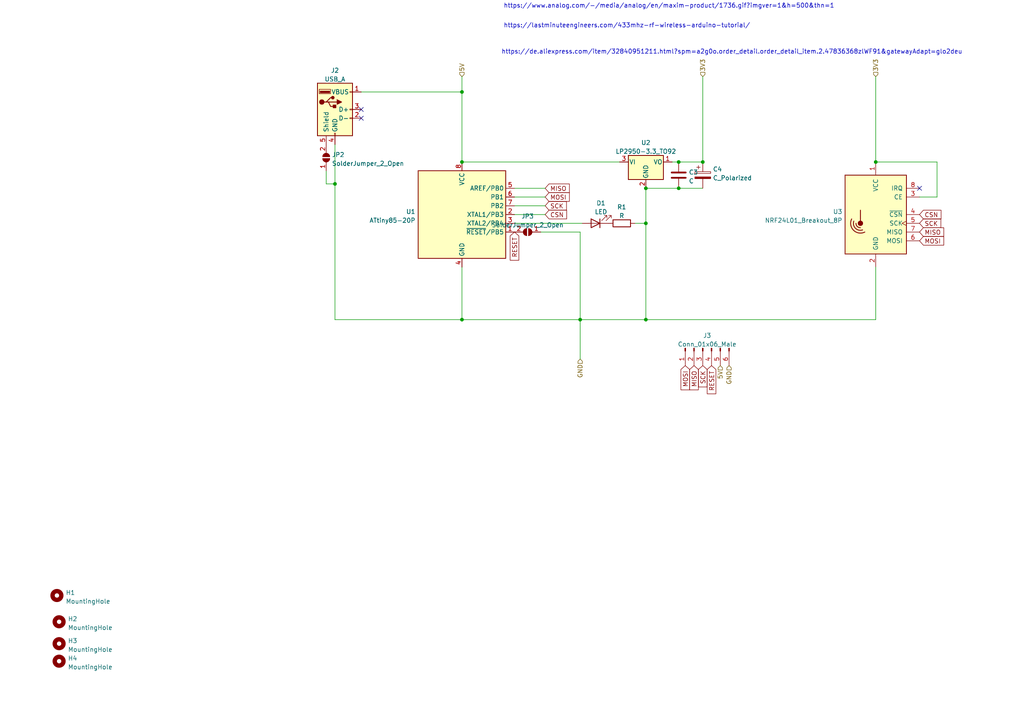
<source format=kicad_sch>
(kicad_sch (version 20211123) (generator eeschema)

  (uuid e63e39d7-6ac0-4ffd-8aa3-1841a4541b55)

  (paper "A4")

  (lib_symbols
    (symbol "Connector:Conn_01x06_Male" (pin_names (offset 1.016) hide) (in_bom yes) (on_board yes)
      (property "Reference" "J" (id 0) (at 0 7.62 0)
        (effects (font (size 1.27 1.27)))
      )
      (property "Value" "Conn_01x06_Male" (id 1) (at 0 -10.16 0)
        (effects (font (size 1.27 1.27)))
      )
      (property "Footprint" "" (id 2) (at 0 0 0)
        (effects (font (size 1.27 1.27)) hide)
      )
      (property "Datasheet" "~" (id 3) (at 0 0 0)
        (effects (font (size 1.27 1.27)) hide)
      )
      (property "ki_keywords" "connector" (id 4) (at 0 0 0)
        (effects (font (size 1.27 1.27)) hide)
      )
      (property "ki_description" "Generic connector, single row, 01x06, script generated (kicad-library-utils/schlib/autogen/connector/)" (id 5) (at 0 0 0)
        (effects (font (size 1.27 1.27)) hide)
      )
      (property "ki_fp_filters" "Connector*:*_1x??_*" (id 6) (at 0 0 0)
        (effects (font (size 1.27 1.27)) hide)
      )
      (symbol "Conn_01x06_Male_1_1"
        (polyline
          (pts
            (xy 1.27 -7.62)
            (xy 0.8636 -7.62)
          )
          (stroke (width 0.1524) (type default) (color 0 0 0 0))
          (fill (type none))
        )
        (polyline
          (pts
            (xy 1.27 -5.08)
            (xy 0.8636 -5.08)
          )
          (stroke (width 0.1524) (type default) (color 0 0 0 0))
          (fill (type none))
        )
        (polyline
          (pts
            (xy 1.27 -2.54)
            (xy 0.8636 -2.54)
          )
          (stroke (width 0.1524) (type default) (color 0 0 0 0))
          (fill (type none))
        )
        (polyline
          (pts
            (xy 1.27 0)
            (xy 0.8636 0)
          )
          (stroke (width 0.1524) (type default) (color 0 0 0 0))
          (fill (type none))
        )
        (polyline
          (pts
            (xy 1.27 2.54)
            (xy 0.8636 2.54)
          )
          (stroke (width 0.1524) (type default) (color 0 0 0 0))
          (fill (type none))
        )
        (polyline
          (pts
            (xy 1.27 5.08)
            (xy 0.8636 5.08)
          )
          (stroke (width 0.1524) (type default) (color 0 0 0 0))
          (fill (type none))
        )
        (rectangle (start 0.8636 -7.493) (end 0 -7.747)
          (stroke (width 0.1524) (type default) (color 0 0 0 0))
          (fill (type outline))
        )
        (rectangle (start 0.8636 -4.953) (end 0 -5.207)
          (stroke (width 0.1524) (type default) (color 0 0 0 0))
          (fill (type outline))
        )
        (rectangle (start 0.8636 -2.413) (end 0 -2.667)
          (stroke (width 0.1524) (type default) (color 0 0 0 0))
          (fill (type outline))
        )
        (rectangle (start 0.8636 0.127) (end 0 -0.127)
          (stroke (width 0.1524) (type default) (color 0 0 0 0))
          (fill (type outline))
        )
        (rectangle (start 0.8636 2.667) (end 0 2.413)
          (stroke (width 0.1524) (type default) (color 0 0 0 0))
          (fill (type outline))
        )
        (rectangle (start 0.8636 5.207) (end 0 4.953)
          (stroke (width 0.1524) (type default) (color 0 0 0 0))
          (fill (type outline))
        )
        (pin passive line (at 5.08 5.08 180) (length 3.81)
          (name "Pin_1" (effects (font (size 1.27 1.27))))
          (number "1" (effects (font (size 1.27 1.27))))
        )
        (pin passive line (at 5.08 2.54 180) (length 3.81)
          (name "Pin_2" (effects (font (size 1.27 1.27))))
          (number "2" (effects (font (size 1.27 1.27))))
        )
        (pin passive line (at 5.08 0 180) (length 3.81)
          (name "Pin_3" (effects (font (size 1.27 1.27))))
          (number "3" (effects (font (size 1.27 1.27))))
        )
        (pin passive line (at 5.08 -2.54 180) (length 3.81)
          (name "Pin_4" (effects (font (size 1.27 1.27))))
          (number "4" (effects (font (size 1.27 1.27))))
        )
        (pin passive line (at 5.08 -5.08 180) (length 3.81)
          (name "Pin_5" (effects (font (size 1.27 1.27))))
          (number "5" (effects (font (size 1.27 1.27))))
        )
        (pin passive line (at 5.08 -7.62 180) (length 3.81)
          (name "Pin_6" (effects (font (size 1.27 1.27))))
          (number "6" (effects (font (size 1.27 1.27))))
        )
      )
    )
    (symbol "Connector:USB_A" (pin_names (offset 1.016)) (in_bom yes) (on_board yes)
      (property "Reference" "J" (id 0) (at -5.08 11.43 0)
        (effects (font (size 1.27 1.27)) (justify left))
      )
      (property "Value" "USB_A" (id 1) (at -5.08 8.89 0)
        (effects (font (size 1.27 1.27)) (justify left))
      )
      (property "Footprint" "" (id 2) (at 3.81 -1.27 0)
        (effects (font (size 1.27 1.27)) hide)
      )
      (property "Datasheet" " ~" (id 3) (at 3.81 -1.27 0)
        (effects (font (size 1.27 1.27)) hide)
      )
      (property "ki_keywords" "connector USB" (id 4) (at 0 0 0)
        (effects (font (size 1.27 1.27)) hide)
      )
      (property "ki_description" "USB Type A connector" (id 5) (at 0 0 0)
        (effects (font (size 1.27 1.27)) hide)
      )
      (property "ki_fp_filters" "USB*" (id 6) (at 0 0 0)
        (effects (font (size 1.27 1.27)) hide)
      )
      (symbol "USB_A_0_1"
        (rectangle (start -5.08 -7.62) (end 5.08 7.62)
          (stroke (width 0.254) (type default) (color 0 0 0 0))
          (fill (type background))
        )
        (circle (center -3.81 2.159) (radius 0.635)
          (stroke (width 0.254) (type default) (color 0 0 0 0))
          (fill (type outline))
        )
        (rectangle (start -1.524 4.826) (end -4.318 5.334)
          (stroke (width 0) (type default) (color 0 0 0 0))
          (fill (type outline))
        )
        (rectangle (start -1.27 4.572) (end -4.572 5.842)
          (stroke (width 0) (type default) (color 0 0 0 0))
          (fill (type none))
        )
        (circle (center -0.635 3.429) (radius 0.381)
          (stroke (width 0.254) (type default) (color 0 0 0 0))
          (fill (type outline))
        )
        (rectangle (start -0.127 -7.62) (end 0.127 -6.858)
          (stroke (width 0) (type default) (color 0 0 0 0))
          (fill (type none))
        )
        (polyline
          (pts
            (xy -3.175 2.159)
            (xy -2.54 2.159)
            (xy -1.27 3.429)
            (xy -0.635 3.429)
          )
          (stroke (width 0.254) (type default) (color 0 0 0 0))
          (fill (type none))
        )
        (polyline
          (pts
            (xy -2.54 2.159)
            (xy -1.905 2.159)
            (xy -1.27 0.889)
            (xy 0 0.889)
          )
          (stroke (width 0.254) (type default) (color 0 0 0 0))
          (fill (type none))
        )
        (polyline
          (pts
            (xy 0.635 2.794)
            (xy 0.635 1.524)
            (xy 1.905 2.159)
            (xy 0.635 2.794)
          )
          (stroke (width 0.254) (type default) (color 0 0 0 0))
          (fill (type outline))
        )
        (rectangle (start 0.254 1.27) (end -0.508 0.508)
          (stroke (width 0.254) (type default) (color 0 0 0 0))
          (fill (type outline))
        )
        (rectangle (start 5.08 -2.667) (end 4.318 -2.413)
          (stroke (width 0) (type default) (color 0 0 0 0))
          (fill (type none))
        )
        (rectangle (start 5.08 -0.127) (end 4.318 0.127)
          (stroke (width 0) (type default) (color 0 0 0 0))
          (fill (type none))
        )
        (rectangle (start 5.08 4.953) (end 4.318 5.207)
          (stroke (width 0) (type default) (color 0 0 0 0))
          (fill (type none))
        )
      )
      (symbol "USB_A_1_1"
        (polyline
          (pts
            (xy -1.905 2.159)
            (xy 0.635 2.159)
          )
          (stroke (width 0.254) (type default) (color 0 0 0 0))
          (fill (type none))
        )
        (pin power_in line (at 7.62 5.08 180) (length 2.54)
          (name "VBUS" (effects (font (size 1.27 1.27))))
          (number "1" (effects (font (size 1.27 1.27))))
        )
        (pin bidirectional line (at 7.62 -2.54 180) (length 2.54)
          (name "D-" (effects (font (size 1.27 1.27))))
          (number "2" (effects (font (size 1.27 1.27))))
        )
        (pin bidirectional line (at 7.62 0 180) (length 2.54)
          (name "D+" (effects (font (size 1.27 1.27))))
          (number "3" (effects (font (size 1.27 1.27))))
        )
        (pin power_in line (at 0 -10.16 90) (length 2.54)
          (name "GND" (effects (font (size 1.27 1.27))))
          (number "4" (effects (font (size 1.27 1.27))))
        )
        (pin passive line (at -2.54 -10.16 90) (length 2.54)
          (name "Shield" (effects (font (size 1.27 1.27))))
          (number "5" (effects (font (size 1.27 1.27))))
        )
      )
    )
    (symbol "Device:C" (pin_numbers hide) (pin_names (offset 0.254)) (in_bom yes) (on_board yes)
      (property "Reference" "C" (id 0) (at 0.635 2.54 0)
        (effects (font (size 1.27 1.27)) (justify left))
      )
      (property "Value" "C" (id 1) (at 0.635 -2.54 0)
        (effects (font (size 1.27 1.27)) (justify left))
      )
      (property "Footprint" "" (id 2) (at 0.9652 -3.81 0)
        (effects (font (size 1.27 1.27)) hide)
      )
      (property "Datasheet" "~" (id 3) (at 0 0 0)
        (effects (font (size 1.27 1.27)) hide)
      )
      (property "ki_keywords" "cap capacitor" (id 4) (at 0 0 0)
        (effects (font (size 1.27 1.27)) hide)
      )
      (property "ki_description" "Unpolarized capacitor" (id 5) (at 0 0 0)
        (effects (font (size 1.27 1.27)) hide)
      )
      (property "ki_fp_filters" "C_*" (id 6) (at 0 0 0)
        (effects (font (size 1.27 1.27)) hide)
      )
      (symbol "C_0_1"
        (polyline
          (pts
            (xy -2.032 -0.762)
            (xy 2.032 -0.762)
          )
          (stroke (width 0.508) (type default) (color 0 0 0 0))
          (fill (type none))
        )
        (polyline
          (pts
            (xy -2.032 0.762)
            (xy 2.032 0.762)
          )
          (stroke (width 0.508) (type default) (color 0 0 0 0))
          (fill (type none))
        )
      )
      (symbol "C_1_1"
        (pin passive line (at 0 3.81 270) (length 2.794)
          (name "~" (effects (font (size 1.27 1.27))))
          (number "1" (effects (font (size 1.27 1.27))))
        )
        (pin passive line (at 0 -3.81 90) (length 2.794)
          (name "~" (effects (font (size 1.27 1.27))))
          (number "2" (effects (font (size 1.27 1.27))))
        )
      )
    )
    (symbol "Device:C_Polarized" (pin_numbers hide) (pin_names (offset 0.254)) (in_bom yes) (on_board yes)
      (property "Reference" "C" (id 0) (at 0.635 2.54 0)
        (effects (font (size 1.27 1.27)) (justify left))
      )
      (property "Value" "C_Polarized" (id 1) (at 0.635 -2.54 0)
        (effects (font (size 1.27 1.27)) (justify left))
      )
      (property "Footprint" "" (id 2) (at 0.9652 -3.81 0)
        (effects (font (size 1.27 1.27)) hide)
      )
      (property "Datasheet" "~" (id 3) (at 0 0 0)
        (effects (font (size 1.27 1.27)) hide)
      )
      (property "ki_keywords" "cap capacitor" (id 4) (at 0 0 0)
        (effects (font (size 1.27 1.27)) hide)
      )
      (property "ki_description" "Polarized capacitor" (id 5) (at 0 0 0)
        (effects (font (size 1.27 1.27)) hide)
      )
      (property "ki_fp_filters" "CP_*" (id 6) (at 0 0 0)
        (effects (font (size 1.27 1.27)) hide)
      )
      (symbol "C_Polarized_0_1"
        (rectangle (start -2.286 0.508) (end 2.286 1.016)
          (stroke (width 0) (type default) (color 0 0 0 0))
          (fill (type none))
        )
        (polyline
          (pts
            (xy -1.778 2.286)
            (xy -0.762 2.286)
          )
          (stroke (width 0) (type default) (color 0 0 0 0))
          (fill (type none))
        )
        (polyline
          (pts
            (xy -1.27 2.794)
            (xy -1.27 1.778)
          )
          (stroke (width 0) (type default) (color 0 0 0 0))
          (fill (type none))
        )
        (rectangle (start 2.286 -0.508) (end -2.286 -1.016)
          (stroke (width 0) (type default) (color 0 0 0 0))
          (fill (type outline))
        )
      )
      (symbol "C_Polarized_1_1"
        (pin passive line (at 0 3.81 270) (length 2.794)
          (name "~" (effects (font (size 1.27 1.27))))
          (number "1" (effects (font (size 1.27 1.27))))
        )
        (pin passive line (at 0 -3.81 90) (length 2.794)
          (name "~" (effects (font (size 1.27 1.27))))
          (number "2" (effects (font (size 1.27 1.27))))
        )
      )
    )
    (symbol "Device:LED" (pin_numbers hide) (pin_names (offset 1.016) hide) (in_bom yes) (on_board yes)
      (property "Reference" "D" (id 0) (at 0 2.54 0)
        (effects (font (size 1.27 1.27)))
      )
      (property "Value" "LED" (id 1) (at 0 -2.54 0)
        (effects (font (size 1.27 1.27)))
      )
      (property "Footprint" "" (id 2) (at 0 0 0)
        (effects (font (size 1.27 1.27)) hide)
      )
      (property "Datasheet" "~" (id 3) (at 0 0 0)
        (effects (font (size 1.27 1.27)) hide)
      )
      (property "ki_keywords" "LED diode" (id 4) (at 0 0 0)
        (effects (font (size 1.27 1.27)) hide)
      )
      (property "ki_description" "Light emitting diode" (id 5) (at 0 0 0)
        (effects (font (size 1.27 1.27)) hide)
      )
      (property "ki_fp_filters" "LED* LED_SMD:* LED_THT:*" (id 6) (at 0 0 0)
        (effects (font (size 1.27 1.27)) hide)
      )
      (symbol "LED_0_1"
        (polyline
          (pts
            (xy -1.27 -1.27)
            (xy -1.27 1.27)
          )
          (stroke (width 0.254) (type default) (color 0 0 0 0))
          (fill (type none))
        )
        (polyline
          (pts
            (xy -1.27 0)
            (xy 1.27 0)
          )
          (stroke (width 0) (type default) (color 0 0 0 0))
          (fill (type none))
        )
        (polyline
          (pts
            (xy 1.27 -1.27)
            (xy 1.27 1.27)
            (xy -1.27 0)
            (xy 1.27 -1.27)
          )
          (stroke (width 0.254) (type default) (color 0 0 0 0))
          (fill (type none))
        )
        (polyline
          (pts
            (xy -3.048 -0.762)
            (xy -4.572 -2.286)
            (xy -3.81 -2.286)
            (xy -4.572 -2.286)
            (xy -4.572 -1.524)
          )
          (stroke (width 0) (type default) (color 0 0 0 0))
          (fill (type none))
        )
        (polyline
          (pts
            (xy -1.778 -0.762)
            (xy -3.302 -2.286)
            (xy -2.54 -2.286)
            (xy -3.302 -2.286)
            (xy -3.302 -1.524)
          )
          (stroke (width 0) (type default) (color 0 0 0 0))
          (fill (type none))
        )
      )
      (symbol "LED_1_1"
        (pin passive line (at -3.81 0 0) (length 2.54)
          (name "K" (effects (font (size 1.27 1.27))))
          (number "1" (effects (font (size 1.27 1.27))))
        )
        (pin passive line (at 3.81 0 180) (length 2.54)
          (name "A" (effects (font (size 1.27 1.27))))
          (number "2" (effects (font (size 1.27 1.27))))
        )
      )
    )
    (symbol "Device:R" (pin_numbers hide) (pin_names (offset 0)) (in_bom yes) (on_board yes)
      (property "Reference" "R" (id 0) (at 2.032 0 90)
        (effects (font (size 1.27 1.27)))
      )
      (property "Value" "R" (id 1) (at 0 0 90)
        (effects (font (size 1.27 1.27)))
      )
      (property "Footprint" "" (id 2) (at -1.778 0 90)
        (effects (font (size 1.27 1.27)) hide)
      )
      (property "Datasheet" "~" (id 3) (at 0 0 0)
        (effects (font (size 1.27 1.27)) hide)
      )
      (property "ki_keywords" "R res resistor" (id 4) (at 0 0 0)
        (effects (font (size 1.27 1.27)) hide)
      )
      (property "ki_description" "Resistor" (id 5) (at 0 0 0)
        (effects (font (size 1.27 1.27)) hide)
      )
      (property "ki_fp_filters" "R_*" (id 6) (at 0 0 0)
        (effects (font (size 1.27 1.27)) hide)
      )
      (symbol "R_0_1"
        (rectangle (start -1.016 -2.54) (end 1.016 2.54)
          (stroke (width 0.254) (type default) (color 0 0 0 0))
          (fill (type none))
        )
      )
      (symbol "R_1_1"
        (pin passive line (at 0 3.81 270) (length 1.27)
          (name "~" (effects (font (size 1.27 1.27))))
          (number "1" (effects (font (size 1.27 1.27))))
        )
        (pin passive line (at 0 -3.81 90) (length 1.27)
          (name "~" (effects (font (size 1.27 1.27))))
          (number "2" (effects (font (size 1.27 1.27))))
        )
      )
    )
    (symbol "Jumper:SolderJumper_2_Open" (pin_names (offset 0) hide) (in_bom yes) (on_board yes)
      (property "Reference" "JP" (id 0) (at 0 2.032 0)
        (effects (font (size 1.27 1.27)))
      )
      (property "Value" "SolderJumper_2_Open" (id 1) (at 0 -2.54 0)
        (effects (font (size 1.27 1.27)))
      )
      (property "Footprint" "" (id 2) (at 0 0 0)
        (effects (font (size 1.27 1.27)) hide)
      )
      (property "Datasheet" "~" (id 3) (at 0 0 0)
        (effects (font (size 1.27 1.27)) hide)
      )
      (property "ki_keywords" "solder jumper SPST" (id 4) (at 0 0 0)
        (effects (font (size 1.27 1.27)) hide)
      )
      (property "ki_description" "Solder Jumper, 2-pole, open" (id 5) (at 0 0 0)
        (effects (font (size 1.27 1.27)) hide)
      )
      (property "ki_fp_filters" "SolderJumper*Open*" (id 6) (at 0 0 0)
        (effects (font (size 1.27 1.27)) hide)
      )
      (symbol "SolderJumper_2_Open_0_1"
        (arc (start -0.254 1.016) (mid -1.27 0) (end -0.254 -1.016)
          (stroke (width 0) (type default) (color 0 0 0 0))
          (fill (type none))
        )
        (arc (start -0.254 1.016) (mid -1.27 0) (end -0.254 -1.016)
          (stroke (width 0) (type default) (color 0 0 0 0))
          (fill (type outline))
        )
        (polyline
          (pts
            (xy -0.254 1.016)
            (xy -0.254 -1.016)
          )
          (stroke (width 0) (type default) (color 0 0 0 0))
          (fill (type none))
        )
        (polyline
          (pts
            (xy 0.254 1.016)
            (xy 0.254 -1.016)
          )
          (stroke (width 0) (type default) (color 0 0 0 0))
          (fill (type none))
        )
        (arc (start 0.254 -1.016) (mid 1.27 0) (end 0.254 1.016)
          (stroke (width 0) (type default) (color 0 0 0 0))
          (fill (type none))
        )
        (arc (start 0.254 -1.016) (mid 1.27 0) (end 0.254 1.016)
          (stroke (width 0) (type default) (color 0 0 0 0))
          (fill (type outline))
        )
      )
      (symbol "SolderJumper_2_Open_1_1"
        (pin passive line (at -3.81 0 0) (length 2.54)
          (name "A" (effects (font (size 1.27 1.27))))
          (number "1" (effects (font (size 1.27 1.27))))
        )
        (pin passive line (at 3.81 0 180) (length 2.54)
          (name "B" (effects (font (size 1.27 1.27))))
          (number "2" (effects (font (size 1.27 1.27))))
        )
      )
    )
    (symbol "MCU_Microchip_ATtiny:ATtiny85-20P" (in_bom yes) (on_board yes)
      (property "Reference" "U" (id 0) (at -12.7 13.97 0)
        (effects (font (size 1.27 1.27)) (justify left bottom))
      )
      (property "Value" "ATtiny85-20P" (id 1) (at 2.54 -13.97 0)
        (effects (font (size 1.27 1.27)) (justify left top))
      )
      (property "Footprint" "Package_DIP:DIP-8_W7.62mm" (id 2) (at 0 0 0)
        (effects (font (size 1.27 1.27) italic) hide)
      )
      (property "Datasheet" "http://ww1.microchip.com/downloads/en/DeviceDoc/atmel-2586-avr-8-bit-microcontroller-attiny25-attiny45-attiny85_datasheet.pdf" (id 3) (at 0 0 0)
        (effects (font (size 1.27 1.27)) hide)
      )
      (property "ki_keywords" "AVR 8bit Microcontroller tinyAVR" (id 4) (at 0 0 0)
        (effects (font (size 1.27 1.27)) hide)
      )
      (property "ki_description" "20MHz, 8kB Flash, 512B SRAM, 512B EEPROM, debugWIRE, DIP-8" (id 5) (at 0 0 0)
        (effects (font (size 1.27 1.27)) hide)
      )
      (property "ki_fp_filters" "DIP*W7.62mm*" (id 6) (at 0 0 0)
        (effects (font (size 1.27 1.27)) hide)
      )
      (symbol "ATtiny85-20P_0_1"
        (rectangle (start -12.7 -12.7) (end 12.7 12.7)
          (stroke (width 0.254) (type default) (color 0 0 0 0))
          (fill (type background))
        )
      )
      (symbol "ATtiny85-20P_1_1"
        (pin bidirectional line (at 15.24 -5.08 180) (length 2.54)
          (name "~{RESET}/PB5" (effects (font (size 1.27 1.27))))
          (number "1" (effects (font (size 1.27 1.27))))
        )
        (pin bidirectional line (at 15.24 0 180) (length 2.54)
          (name "XTAL1/PB3" (effects (font (size 1.27 1.27))))
          (number "2" (effects (font (size 1.27 1.27))))
        )
        (pin bidirectional line (at 15.24 -2.54 180) (length 2.54)
          (name "XTAL2/PB4" (effects (font (size 1.27 1.27))))
          (number "3" (effects (font (size 1.27 1.27))))
        )
        (pin power_in line (at 0 -15.24 90) (length 2.54)
          (name "GND" (effects (font (size 1.27 1.27))))
          (number "4" (effects (font (size 1.27 1.27))))
        )
        (pin bidirectional line (at 15.24 7.62 180) (length 2.54)
          (name "AREF/PB0" (effects (font (size 1.27 1.27))))
          (number "5" (effects (font (size 1.27 1.27))))
        )
        (pin bidirectional line (at 15.24 5.08 180) (length 2.54)
          (name "PB1" (effects (font (size 1.27 1.27))))
          (number "6" (effects (font (size 1.27 1.27))))
        )
        (pin bidirectional line (at 15.24 2.54 180) (length 2.54)
          (name "PB2" (effects (font (size 1.27 1.27))))
          (number "7" (effects (font (size 1.27 1.27))))
        )
        (pin power_in line (at 0 15.24 270) (length 2.54)
          (name "VCC" (effects (font (size 1.27 1.27))))
          (number "8" (effects (font (size 1.27 1.27))))
        )
      )
    )
    (symbol "Mechanical:MountingHole" (pin_names (offset 1.016)) (in_bom yes) (on_board yes)
      (property "Reference" "H" (id 0) (at 0 5.08 0)
        (effects (font (size 1.27 1.27)))
      )
      (property "Value" "MountingHole" (id 1) (at 0 3.175 0)
        (effects (font (size 1.27 1.27)))
      )
      (property "Footprint" "" (id 2) (at 0 0 0)
        (effects (font (size 1.27 1.27)) hide)
      )
      (property "Datasheet" "~" (id 3) (at 0 0 0)
        (effects (font (size 1.27 1.27)) hide)
      )
      (property "ki_keywords" "mounting hole" (id 4) (at 0 0 0)
        (effects (font (size 1.27 1.27)) hide)
      )
      (property "ki_description" "Mounting Hole without connection" (id 5) (at 0 0 0)
        (effects (font (size 1.27 1.27)) hide)
      )
      (property "ki_fp_filters" "MountingHole*" (id 6) (at 0 0 0)
        (effects (font (size 1.27 1.27)) hide)
      )
      (symbol "MountingHole_0_1"
        (circle (center 0 0) (radius 1.27)
          (stroke (width 1.27) (type default) (color 0 0 0 0))
          (fill (type none))
        )
      )
    )
    (symbol "RF:NRF24L01_Breakout_8P" (pin_names (offset 1.016)) (in_bom yes) (on_board yes)
      (property "Reference" "U" (id 0) (at -8.89 12.7 0)
        (effects (font (size 1.27 1.27)) (justify left))
      )
      (property "Value" "NRF24L01_Breakout_8P" (id 1) (at 3.81 12.7 0)
        (effects (font (size 1.27 1.27)) (justify left))
      )
      (property "Footprint" "RF_Module:NRF24L01-Module-SMD" (id 2) (at 3.81 15.24 0)
        (effects (font (size 1.27 1.27) italic) (justify left) hide)
      )
      (property "Datasheet" "http://www.nordicsemi.com/eng/content/download/2730/34105/file/nRF24L01_Product_Specification_v2_0.pdf" (id 3) (at 0 -2.54 0)
        (effects (font (size 1.27 1.27)) hide)
      )
      (property "ki_keywords" "Low Power RF Transciever breakout carrier" (id 4) (at 0 0 0)
        (effects (font (size 1.27 1.27)) hide)
      )
      (property "ki_description" "Ultra low power 2.4GHz RF Transceiver, Carrier PCB" (id 5) (at 0 0 0)
        (effects (font (size 1.27 1.27)) hide)
      )
      (property "ki_fp_filters" "nRF24L01*Breakout*" (id 6) (at 0 0 0)
        (effects (font (size 1.27 1.27)) hide)
      )
      (symbol "NRF24L01_Breakout_8P_0_1"
        (rectangle (start -8.89 11.43) (end 8.89 -11.43)
          (stroke (width 0.254) (type default) (color 0 0 0 0))
          (fill (type background))
        )
        (polyline
          (pts
            (xy 4.445 1.905)
            (xy 4.445 -1.27)
          )
          (stroke (width 0.254) (type default) (color 0 0 0 0))
          (fill (type none))
        )
        (circle (center 4.445 2.54) (radius 0.635)
          (stroke (width 0.254) (type default) (color 0 0 0 0))
          (fill (type outline))
        )
        (arc (start 5.715 2.54) (mid 5.3521 3.4546) (end 4.445 3.81)
          (stroke (width 0.254) (type default) (color 0 0 0 0))
          (fill (type none))
        )
        (arc (start 6.35 1.905) (mid 5.8763 3.9854) (end 3.81 4.445)
          (stroke (width 0.254) (type default) (color 0 0 0 0))
          (fill (type none))
        )
        (arc (start 6.985 1.27) (mid 6.453 4.548) (end 3.175 5.08)
          (stroke (width 0.254) (type default) (color 0 0 0 0))
          (fill (type none))
        )
      )
      (symbol "NRF24L01_Breakout_8P_1_1"
        (pin power_in line (at 0 -15.24 90) (length 3.81)
          (name "VCC" (effects (font (size 1.27 1.27))))
          (number "1" (effects (font (size 1.27 1.27))))
        )
        (pin power_in line (at 0 15.24 270) (length 3.81)
          (name "GND" (effects (font (size 1.27 1.27))))
          (number "2" (effects (font (size 1.27 1.27))))
        )
        (pin input line (at -12.7 -5.08 0) (length 3.81)
          (name "CE" (effects (font (size 1.27 1.27))))
          (number "3" (effects (font (size 1.27 1.27))))
        )
        (pin input line (at -12.7 0 0) (length 3.81)
          (name "~{CSN}" (effects (font (size 1.27 1.27))))
          (number "4" (effects (font (size 1.27 1.27))))
        )
        (pin input clock (at -12.7 2.54 0) (length 3.81)
          (name "SCK" (effects (font (size 1.27 1.27))))
          (number "5" (effects (font (size 1.27 1.27))))
        )
        (pin input line (at -12.7 7.62 0) (length 3.81)
          (name "MOSI" (effects (font (size 1.27 1.27))))
          (number "6" (effects (font (size 1.27 1.27))))
        )
        (pin output line (at -12.7 5.08 0) (length 3.81)
          (name "MISO" (effects (font (size 1.27 1.27))))
          (number "7" (effects (font (size 1.27 1.27))))
        )
        (pin output line (at -12.7 -7.62 0) (length 3.81)
          (name "IRQ" (effects (font (size 1.27 1.27))))
          (number "8" (effects (font (size 1.27 1.27))))
        )
      )
    )
    (symbol "Regulator_Linear:LP2950-3.3_TO92" (pin_names (offset 0.254)) (in_bom yes) (on_board yes)
      (property "Reference" "U" (id 0) (at -3.81 3.175 0)
        (effects (font (size 1.27 1.27)))
      )
      (property "Value" "LP2950-3.3_TO92" (id 1) (at 0 3.175 0)
        (effects (font (size 1.27 1.27)) (justify left))
      )
      (property "Footprint" "Package_TO_SOT_THT:TO-92_Inline" (id 2) (at 0 5.715 0)
        (effects (font (size 1.27 1.27) italic) hide)
      )
      (property "Datasheet" "http://www.ti.com/lit/ds/symlink/lp2950.pdf" (id 3) (at 0 -1.27 0)
        (effects (font (size 1.27 1.27)) hide)
      )
      (property "ki_keywords" "Micropower Voltage Regulator 100mA Positive" (id 4) (at 0 0 0)
        (effects (font (size 1.27 1.27)) hide)
      )
      (property "ki_description" "Positive 100mA 30V Linear Micropower Voltage Regulator, Fixed Output 3.3V, TO-92" (id 5) (at 0 0 0)
        (effects (font (size 1.27 1.27)) hide)
      )
      (property "ki_fp_filters" "TO?92*" (id 6) (at 0 0 0)
        (effects (font (size 1.27 1.27)) hide)
      )
      (symbol "LP2950-3.3_TO92_0_1"
        (rectangle (start -5.08 -5.08) (end 5.08 1.905)
          (stroke (width 0.254) (type default) (color 0 0 0 0))
          (fill (type background))
        )
      )
      (symbol "LP2950-3.3_TO92_1_1"
        (pin power_out line (at 7.62 0 180) (length 2.54)
          (name "VO" (effects (font (size 1.27 1.27))))
          (number "1" (effects (font (size 1.27 1.27))))
        )
        (pin power_in line (at 0 -7.62 90) (length 2.54)
          (name "GND" (effects (font (size 1.27 1.27))))
          (number "2" (effects (font (size 1.27 1.27))))
        )
        (pin power_in line (at -7.62 0 0) (length 2.54)
          (name "VI" (effects (font (size 1.27 1.27))))
          (number "3" (effects (font (size 1.27 1.27))))
        )
      )
    )
  )

  (junction (at 168.275 92.71) (diameter 0) (color 0 0 0 0)
    (uuid 2fd01a2f-314f-4a06-b7c3-228477fcc13b)
  )
  (junction (at 133.985 92.71) (diameter 0) (color 0 0 0 0)
    (uuid 39b6db3e-edb5-4c84-a6f2-352d3276e7d2)
  )
  (junction (at 97.155 53.34) (diameter 0) (color 0 0 0 0)
    (uuid 4ca9f5a3-540a-479a-87c9-f2a2b6f53147)
  )
  (junction (at 133.985 46.99) (diameter 0) (color 0 0 0 0)
    (uuid 50dd1bda-06b2-438a-83d2-22fb4a116aff)
  )
  (junction (at 187.325 92.71) (diameter 0) (color 0 0 0 0)
    (uuid 674e34c3-71bd-49c5-a33e-478ec9ec7c98)
  )
  (junction (at 254 46.99) (diameter 0) (color 0 0 0 0)
    (uuid 83fccf6d-6935-4a49-9b58-478edd62dc76)
  )
  (junction (at 133.985 26.67) (diameter 0) (color 0 0 0 0)
    (uuid 96e7638a-942d-4fb8-bf56-e0af7f719acb)
  )
  (junction (at 196.85 54.61) (diameter 0) (color 0 0 0 0)
    (uuid 9efc8863-aa5c-49c6-bfbc-edfcb202ed3b)
  )
  (junction (at 203.835 46.99) (diameter 0) (color 0 0 0 0)
    (uuid a92aa89b-a1aa-48e1-b573-9ad7ad488d39)
  )
  (junction (at 196.85 46.99) (diameter 0) (color 0 0 0 0)
    (uuid adf1783b-ea66-4e3e-9744-63d63a8e8448)
  )
  (junction (at 187.325 54.61) (diameter 0) (color 0 0 0 0)
    (uuid b2bd7670-a208-48dc-b270-2f6e2102a9d1)
  )
  (junction (at 187.325 64.77) (diameter 0) (color 0 0 0 0)
    (uuid e3ab32a2-d24b-4fb6-8355-a8aa2f4d46d8)
  )

  (no_connect (at 104.775 31.75) (uuid d97b2e4f-54c6-42ed-8fc3-d2dd9b33c637))
  (no_connect (at 104.775 34.29) (uuid d97b2e4f-54c6-42ed-8fc3-d2dd9b33c637))
  (no_connect (at 266.7 54.61) (uuid f1546a26-51c9-490a-9f72-51c9171bddf3))

  (wire (pts (xy 149.225 54.61) (xy 158.115 54.61))
    (stroke (width 0) (type default) (color 0 0 0 0))
    (uuid 0183a099-6538-4740-a636-f951011ac2ad)
  )
  (wire (pts (xy 254 22.225) (xy 254 46.99))
    (stroke (width 0) (type default) (color 0 0 0 0))
    (uuid 0bac75f7-c3c3-497e-ba7f-78f366e52603)
  )
  (wire (pts (xy 254 77.47) (xy 254 92.71))
    (stroke (width 0) (type default) (color 0 0 0 0))
    (uuid 188127c2-d874-41b5-8884-2146c127859b)
  )
  (wire (pts (xy 149.225 64.77) (xy 168.91 64.77))
    (stroke (width 0) (type default) (color 0 0 0 0))
    (uuid 242fe0f1-7aa3-4b71-abb8-d2f9c64b1b56)
  )
  (wire (pts (xy 187.325 92.71) (xy 254 92.71))
    (stroke (width 0) (type default) (color 0 0 0 0))
    (uuid 265cc628-fd38-4693-a802-00dd65867948)
  )
  (wire (pts (xy 104.775 26.67) (xy 133.985 26.67))
    (stroke (width 0) (type default) (color 0 0 0 0))
    (uuid 298ce7f6-dc58-42e5-8ede-5d55a8157e89)
  )
  (wire (pts (xy 203.835 22.225) (xy 203.835 46.99))
    (stroke (width 0) (type default) (color 0 0 0 0))
    (uuid 2ecbcf3e-a7c7-41e0-9386-e34e0ca2de2a)
  )
  (wire (pts (xy 133.985 46.99) (xy 179.705 46.99))
    (stroke (width 0) (type default) (color 0 0 0 0))
    (uuid 309e5532-4d52-49af-a1e7-8c3e0431800e)
  )
  (wire (pts (xy 196.85 54.61) (xy 203.835 54.61))
    (stroke (width 0) (type default) (color 0 0 0 0))
    (uuid 37df38fb-2e34-4da8-930d-fd913760cc86)
  )
  (wire (pts (xy 133.985 92.71) (xy 168.275 92.71))
    (stroke (width 0) (type default) (color 0 0 0 0))
    (uuid 4eee3ee8-44fe-4304-ad94-6f2b33e6265a)
  )
  (wire (pts (xy 149.225 62.23) (xy 158.115 62.23))
    (stroke (width 0) (type default) (color 0 0 0 0))
    (uuid 4f99ef2b-1305-4f22-bddd-ac16541d18b2)
  )
  (wire (pts (xy 94.615 53.34) (xy 97.155 53.34))
    (stroke (width 0) (type default) (color 0 0 0 0))
    (uuid 65cac62c-0f7f-4da7-b41e-408ffa812655)
  )
  (wire (pts (xy 271.78 46.99) (xy 271.78 57.15))
    (stroke (width 0) (type default) (color 0 0 0 0))
    (uuid 681c7591-8880-4899-a52e-867c99f48259)
  )
  (wire (pts (xy 184.15 64.77) (xy 187.325 64.77))
    (stroke (width 0) (type default) (color 0 0 0 0))
    (uuid 774c284a-c917-4a6f-8fbd-add6b6ba41ff)
  )
  (wire (pts (xy 133.985 22.225) (xy 133.985 26.67))
    (stroke (width 0) (type default) (color 0 0 0 0))
    (uuid 8dd81648-430f-4328-9784-c8d9aad7b841)
  )
  (wire (pts (xy 97.155 92.71) (xy 133.985 92.71))
    (stroke (width 0) (type default) (color 0 0 0 0))
    (uuid 8e234e0e-eb8a-4562-9927-de9fe624f266)
  )
  (wire (pts (xy 149.225 57.15) (xy 158.115 57.15))
    (stroke (width 0) (type default) (color 0 0 0 0))
    (uuid 98576b27-23d4-4da0-80fc-b8cae9e1cd39)
  )
  (wire (pts (xy 168.275 92.71) (xy 168.275 104.14))
    (stroke (width 0) (type default) (color 0 0 0 0))
    (uuid 99cabdb1-8931-4012-a721-c21208499ab3)
  )
  (wire (pts (xy 194.945 46.99) (xy 196.85 46.99))
    (stroke (width 0) (type default) (color 0 0 0 0))
    (uuid 9aafe6b1-2727-4203-97f6-da261f0f2f09)
  )
  (wire (pts (xy 133.985 77.47) (xy 133.985 92.71))
    (stroke (width 0) (type default) (color 0 0 0 0))
    (uuid a5c2bd0f-354e-47ca-868a-29387671b1ee)
  )
  (wire (pts (xy 254 46.99) (xy 271.78 46.99))
    (stroke (width 0) (type default) (color 0 0 0 0))
    (uuid a68989b4-e61d-46e7-8dde-90ecb54a6c4c)
  )
  (wire (pts (xy 156.845 67.31) (xy 168.275 67.31))
    (stroke (width 0) (type default) (color 0 0 0 0))
    (uuid b047ff12-846b-410d-b3b4-1a9e4d17b65d)
  )
  (wire (pts (xy 168.275 92.71) (xy 187.325 92.71))
    (stroke (width 0) (type default) (color 0 0 0 0))
    (uuid cf4566a6-171a-45dd-9a10-737de527a224)
  )
  (wire (pts (xy 97.155 41.91) (xy 97.155 53.34))
    (stroke (width 0) (type default) (color 0 0 0 0))
    (uuid d239a2d7-383c-4009-80a8-09e800256036)
  )
  (wire (pts (xy 266.7 57.15) (xy 271.78 57.15))
    (stroke (width 0) (type default) (color 0 0 0 0))
    (uuid d3758b08-751b-49e7-bfcb-df882ebbc905)
  )
  (wire (pts (xy 187.325 64.77) (xy 187.325 92.71))
    (stroke (width 0) (type default) (color 0 0 0 0))
    (uuid d6e02332-a94a-43a1-af01-03917be18b98)
  )
  (wire (pts (xy 187.325 54.61) (xy 196.85 54.61))
    (stroke (width 0) (type default) (color 0 0 0 0))
    (uuid dbffaa90-df35-43a5-b00b-24771f4d6572)
  )
  (wire (pts (xy 196.85 46.99) (xy 203.835 46.99))
    (stroke (width 0) (type default) (color 0 0 0 0))
    (uuid dcc69217-ab49-4560-a023-40e03d3becef)
  )
  (wire (pts (xy 133.985 26.67) (xy 133.985 46.99))
    (stroke (width 0) (type default) (color 0 0 0 0))
    (uuid e1128f40-2630-4424-9717-1ca076abff62)
  )
  (wire (pts (xy 187.325 54.61) (xy 187.325 64.77))
    (stroke (width 0) (type default) (color 0 0 0 0))
    (uuid e1c3832d-e01b-4e5b-89bc-440040e02fea)
  )
  (wire (pts (xy 149.225 59.69) (xy 158.115 59.69))
    (stroke (width 0) (type default) (color 0 0 0 0))
    (uuid e6e8c033-a917-4870-9b9d-af94b88b218a)
  )
  (wire (pts (xy 97.155 53.34) (xy 97.155 92.71))
    (stroke (width 0) (type default) (color 0 0 0 0))
    (uuid e6f3ca84-8896-47e7-a8f4-6f33539f0027)
  )
  (wire (pts (xy 94.615 49.53) (xy 94.615 53.34))
    (stroke (width 0) (type default) (color 0 0 0 0))
    (uuid ea5086dd-401c-488b-a4ca-59240a2a7f63)
  )
  (wire (pts (xy 168.275 67.31) (xy 168.275 92.71))
    (stroke (width 0) (type default) (color 0 0 0 0))
    (uuid ee73db22-8c3f-4535-b1f1-24cf681a0352)
  )

  (text "https://www.analog.com/-/media/analog/en/maxim-product/1736.gif?imgver=1&h=500&thn=1"
    (at 146.05 2.54 0)
    (effects (font (size 1.27 1.27)) (justify left bottom))
    (uuid 01422660-08c8-48f3-98ca-26cbe7f98f5b)
  )
  (text "https://de.aliexpress.com/item/32840951211.html?spm=a2g0o.order_detail.order_detail_item.2.47836368zlWF91&gatewayAdapt=glo2deu"
    (at 145.415 15.875 0)
    (effects (font (size 1.27 1.27)) (justify left bottom))
    (uuid 8326c248-4963-4df7-8949-20fc1935f203)
  )
  (text "https://lastminuteengineers.com/433mhz-rf-wireless-arduino-tutorial/"
    (at 146.05 8.255 0)
    (effects (font (size 1.27 1.27)) (justify left bottom))
    (uuid fa4643d2-2d29-4206-89d3-2ea6041fc5c2)
  )

  (global_label "RESET" (shape input) (at 206.375 106.045 270) (fields_autoplaced)
    (effects (font (size 1.27 1.27)) (justify right))
    (uuid 1d8a20f9-7ca5-4e2e-be93-cedad14865ed)
    (property "Intersheet References" "${INTERSHEET_REFS}" (id 0) (at 206.2956 114.2033 90)
      (effects (font (size 1.27 1.27)) (justify right) hide)
    )
  )
  (global_label "MISO" (shape input) (at 266.7 67.31 0) (fields_autoplaced)
    (effects (font (size 1.27 1.27)) (justify left))
    (uuid 31c9a49f-af8b-4ff4-8c3d-0e81d50b079e)
    (property "Intersheet References" "${INTERSHEET_REFS}" (id 0) (at 273.7093 67.2306 0)
      (effects (font (size 1.27 1.27)) (justify left) hide)
    )
  )
  (global_label "MOSI" (shape input) (at 158.115 57.15 0) (fields_autoplaced)
    (effects (font (size 1.27 1.27)) (justify left))
    (uuid 414b72ea-545f-4ba0-90bc-a1800294c1b9)
    (property "Intersheet References" "${INTERSHEET_REFS}" (id 0) (at 165.1243 57.0706 0)
      (effects (font (size 1.27 1.27)) (justify left) hide)
    )
  )
  (global_label "CSN" (shape input) (at 158.115 62.23 0) (fields_autoplaced)
    (effects (font (size 1.27 1.27)) (justify left))
    (uuid 5469c7c4-8cc7-47c7-8827-4438d812731a)
    (property "Intersheet References" "${INTERSHEET_REFS}" (id 0) (at 164.3381 62.1506 0)
      (effects (font (size 1.27 1.27)) (justify left) hide)
    )
  )
  (global_label "CSN" (shape input) (at 266.7 62.23 0) (fields_autoplaced)
    (effects (font (size 1.27 1.27)) (justify left))
    (uuid 61725e61-dc2d-45b9-9cea-00da91ff2643)
    (property "Intersheet References" "${INTERSHEET_REFS}" (id 0) (at 272.9231 62.1506 0)
      (effects (font (size 1.27 1.27)) (justify left) hide)
    )
  )
  (global_label "MISO" (shape input) (at 158.115 54.61 0) (fields_autoplaced)
    (effects (font (size 1.27 1.27)) (justify left))
    (uuid 69e2e47e-1a0d-4eaf-9dbd-027c644c9af2)
    (property "Intersheet References" "${INTERSHEET_REFS}" (id 0) (at 165.1243 54.5306 0)
      (effects (font (size 1.27 1.27)) (justify left) hide)
    )
  )
  (global_label "SCK" (shape input) (at 203.835 106.045 270) (fields_autoplaced)
    (effects (font (size 1.27 1.27)) (justify right))
    (uuid 9f7d1440-27c1-4d45-be98-22d8b69d4019)
    (property "Intersheet References" "${INTERSHEET_REFS}" (id 0) (at 203.7556 112.2076 90)
      (effects (font (size 1.27 1.27)) (justify right) hide)
    )
  )
  (global_label "RESET" (shape input) (at 149.225 67.31 270) (fields_autoplaced)
    (effects (font (size 1.27 1.27)) (justify right))
    (uuid a2a9f54f-77f9-40e0-a501-f519a44cfaa5)
    (property "Intersheet References" "${INTERSHEET_REFS}" (id 0) (at 149.1456 75.4683 90)
      (effects (font (size 1.27 1.27)) (justify right) hide)
    )
  )
  (global_label "MOSI" (shape input) (at 266.7 69.85 0) (fields_autoplaced)
    (effects (font (size 1.27 1.27)) (justify left))
    (uuid bbbe5430-2539-4687-a35d-bca6d81ccaa5)
    (property "Intersheet References" "${INTERSHEET_REFS}" (id 0) (at 273.7093 69.7706 0)
      (effects (font (size 1.27 1.27)) (justify left) hide)
    )
  )
  (global_label "SCK" (shape input) (at 158.115 59.69 0) (fields_autoplaced)
    (effects (font (size 1.27 1.27)) (justify left))
    (uuid c59324ab-c01c-464f-bd01-a1cffe4e3a14)
    (property "Intersheet References" "${INTERSHEET_REFS}" (id 0) (at 164.2776 59.6106 0)
      (effects (font (size 1.27 1.27)) (justify left) hide)
    )
  )
  (global_label "MISO" (shape input) (at 201.295 106.045 270) (fields_autoplaced)
    (effects (font (size 1.27 1.27)) (justify right))
    (uuid e051e11b-41de-4586-92ac-42914538f75b)
    (property "Intersheet References" "${INTERSHEET_REFS}" (id 0) (at 201.2156 113.0543 90)
      (effects (font (size 1.27 1.27)) (justify right) hide)
    )
  )
  (global_label "SCK" (shape input) (at 266.7 64.77 0) (fields_autoplaced)
    (effects (font (size 1.27 1.27)) (justify left))
    (uuid e5e2d456-003a-4754-8072-35d2bc624edb)
    (property "Intersheet References" "${INTERSHEET_REFS}" (id 0) (at 272.8626 64.6906 0)
      (effects (font (size 1.27 1.27)) (justify left) hide)
    )
  )
  (global_label "MOSI" (shape input) (at 198.755 106.045 270) (fields_autoplaced)
    (effects (font (size 1.27 1.27)) (justify right))
    (uuid f174cdf2-3b8b-4f82-96ba-d018983561cc)
    (property "Intersheet References" "${INTERSHEET_REFS}" (id 0) (at 198.6756 113.0543 90)
      (effects (font (size 1.27 1.27)) (justify right) hide)
    )
  )

  (hierarchical_label "GND" (shape input) (at 211.455 106.045 270)
    (effects (font (size 1.27 1.27)) (justify right))
    (uuid 54da6d2e-80cb-47bc-b21c-a02359069df6)
  )
  (hierarchical_label "5V" (shape input) (at 133.985 22.225 90)
    (effects (font (size 1.27 1.27)) (justify left))
    (uuid 6f975a42-1096-4081-b54d-d9a43001a64a)
  )
  (hierarchical_label "5V" (shape input) (at 208.915 106.045 270)
    (effects (font (size 1.27 1.27)) (justify right))
    (uuid 89fd39d5-0a28-42f2-bcd3-04bbc58472a2)
  )
  (hierarchical_label "GND" (shape input) (at 168.275 104.14 270)
    (effects (font (size 1.27 1.27)) (justify right))
    (uuid b11ba308-6705-4930-95a2-5bdd5d551a0b)
  )
  (hierarchical_label "3V3" (shape input) (at 203.835 22.225 90)
    (effects (font (size 1.27 1.27)) (justify left))
    (uuid d2017409-fbbf-4cef-a069-85452552d341)
  )
  (hierarchical_label "3V3" (shape input) (at 254 22.225 90)
    (effects (font (size 1.27 1.27)) (justify left))
    (uuid eb7a4f1f-70a6-4914-a100-2fc8cceb7380)
  )

  (symbol (lib_id "Device:C") (at 196.85 50.8 0) (unit 1)
    (in_bom yes) (on_board yes) (fields_autoplaced)
    (uuid 1bb19858-49a7-4042-894d-08566f4ad850)
    (property "Reference" "C3" (id 0) (at 199.771 49.9653 0)
      (effects (font (size 1.27 1.27)) (justify left))
    )
    (property "Value" "C" (id 1) (at 199.771 52.5022 0)
      (effects (font (size 1.27 1.27)) (justify left))
    )
    (property "Footprint" "Capacitor_THT:C_Disc_D3.0mm_W1.6mm_P2.50mm" (id 2) (at 197.8152 54.61 0)
      (effects (font (size 1.27 1.27)) hide)
    )
    (property "Datasheet" "~" (id 3) (at 196.85 50.8 0)
      (effects (font (size 1.27 1.27)) hide)
    )
    (pin "1" (uuid a1749999-4932-44cf-8724-c68d7a4c2070))
    (pin "2" (uuid e030d729-1fc8-49f8-95fa-45db240716e7))
  )

  (symbol (lib_id "Jumper:SolderJumper_2_Open") (at 94.615 45.72 90) (unit 1)
    (in_bom yes) (on_board yes) (fields_autoplaced)
    (uuid 2c180a85-bbde-4a0f-ae95-c183e3ba3c4d)
    (property "Reference" "JP2" (id 0) (at 96.266 44.8853 90)
      (effects (font (size 1.27 1.27)) (justify right))
    )
    (property "Value" "SolderJumper_2_Open" (id 1) (at 96.266 47.4222 90)
      (effects (font (size 1.27 1.27)) (justify right))
    )
    (property "Footprint" "Jumper:SolderJumper-2_P1.3mm_Open_Pad1.0x1.5mm" (id 2) (at 94.615 45.72 0)
      (effects (font (size 1.27 1.27)) hide)
    )
    (property "Datasheet" "~" (id 3) (at 94.615 45.72 0)
      (effects (font (size 1.27 1.27)) hide)
    )
    (pin "1" (uuid 5c65d500-5747-4144-b0ce-e8ba6f5cbe3b))
    (pin "2" (uuid aa91e6a8-6479-44ae-83f0-1236fe009f3b))
  )

  (symbol (lib_id "Mechanical:MountingHole") (at 16.51 172.72 0) (unit 1)
    (in_bom yes) (on_board yes) (fields_autoplaced)
    (uuid 2c8bdef0-9ab4-46d6-9198-05b7030b0c9d)
    (property "Reference" "H1" (id 0) (at 19.05 171.8853 0)
      (effects (font (size 1.27 1.27)) (justify left))
    )
    (property "Value" "MountingHole" (id 1) (at 19.05 174.4222 0)
      (effects (font (size 1.27 1.27)) (justify left))
    )
    (property "Footprint" "MountingHole:MountingHole_2.2mm_M2" (id 2) (at 16.51 172.72 0)
      (effects (font (size 1.27 1.27)) hide)
    )
    (property "Datasheet" "~" (id 3) (at 16.51 172.72 0)
      (effects (font (size 1.27 1.27)) hide)
    )
  )

  (symbol (lib_id "Connector:USB_A") (at 97.155 31.75 0) (unit 1)
    (in_bom yes) (on_board yes) (fields_autoplaced)
    (uuid 2d6ba780-5fb8-4844-af09-1d31dc084be4)
    (property "Reference" "J2" (id 0) (at 97.155 20.4302 0))
    (property "Value" "USB_A" (id 1) (at 97.155 22.9671 0))
    (property "Footprint" "Connector_USB:USB_A_AliExpress_horizontal_male" (id 2) (at 100.965 33.02 0)
      (effects (font (size 1.27 1.27)) hide)
    )
    (property "Datasheet" " ~" (id 3) (at 100.965 33.02 0)
      (effects (font (size 1.27 1.27)) hide)
    )
    (pin "1" (uuid 35679895-5890-4e37-96bb-46a1aadc962e))
    (pin "2" (uuid 06ebd48c-7ce6-47ea-b75b-22bbebd443b6))
    (pin "3" (uuid 1ecc9f3a-a759-4d3a-b3b9-b86848489ade))
    (pin "4" (uuid 8870e4de-d15d-44d6-9b8c-8f469f35f9f2))
    (pin "5" (uuid 10dea25d-9aa8-4454-b3a2-8fd2b38e55ad))
  )

  (symbol (lib_id "Mechanical:MountingHole") (at 17.145 186.69 0) (unit 1)
    (in_bom yes) (on_board yes) (fields_autoplaced)
    (uuid 3e60d35c-3168-44b8-85a4-ea59c1a2ef93)
    (property "Reference" "H3" (id 0) (at 19.685 185.8553 0)
      (effects (font (size 1.27 1.27)) (justify left))
    )
    (property "Value" "MountingHole" (id 1) (at 19.685 188.3922 0)
      (effects (font (size 1.27 1.27)) (justify left))
    )
    (property "Footprint" "MountingHole:MountingHole_2.2mm_M2" (id 2) (at 17.145 186.69 0)
      (effects (font (size 1.27 1.27)) hide)
    )
    (property "Datasheet" "~" (id 3) (at 17.145 186.69 0)
      (effects (font (size 1.27 1.27)) hide)
    )
  )

  (symbol (lib_id "Device:R") (at 180.34 64.77 90) (unit 1)
    (in_bom yes) (on_board yes) (fields_autoplaced)
    (uuid 4a58a75a-c3a1-4008-826e-4097682ee034)
    (property "Reference" "R1" (id 0) (at 180.34 60.0542 90))
    (property "Value" "" (id 1) (at 180.34 62.5911 90))
    (property "Footprint" "" (id 2) (at 180.34 66.548 90)
      (effects (font (size 1.27 1.27)) hide)
    )
    (property "Datasheet" "~" (id 3) (at 180.34 64.77 0)
      (effects (font (size 1.27 1.27)) hide)
    )
    (pin "1" (uuid aebbe4a9-8276-47f3-ab49-db454bafd386))
    (pin "2" (uuid c1f4dcf4-1d87-4622-a30d-1cebb18ec68e))
  )

  (symbol (lib_id "Connector:Conn_01x06_Male") (at 203.835 100.965 90) (mirror x) (unit 1)
    (in_bom yes) (on_board yes) (fields_autoplaced)
    (uuid 613ce330-7cc0-4d9b-8a02-86adfe4e0ec2)
    (property "Reference" "J3" (id 0) (at 205.105 97.316 90))
    (property "Value" "" (id 1) (at 205.105 99.8529 90))
    (property "Footprint" "" (id 2) (at 203.835 100.965 0)
      (effects (font (size 1.27 1.27)) hide)
    )
    (property "Datasheet" "~" (id 3) (at 203.835 100.965 0)
      (effects (font (size 1.27 1.27)) hide)
    )
    (pin "1" (uuid 9fbae02a-ff47-4b16-bee1-b93ba5a17ed0))
    (pin "2" (uuid 70745349-c243-4dd5-8eab-d954a7bbca74))
    (pin "3" (uuid fe03da22-39f0-413b-8fb9-ccdf8546fa7c))
    (pin "4" (uuid b3303035-fde0-436d-84e9-699a65dab0f8))
    (pin "5" (uuid e9c20614-454c-483d-a00c-b5b9fd74a7e5))
    (pin "6" (uuid a1936a06-943d-4135-95bc-9ba8185374da))
  )

  (symbol (lib_id "MCU_Microchip_ATtiny:ATtiny85-20P") (at 133.985 62.23 0) (unit 1)
    (in_bom yes) (on_board yes) (fields_autoplaced)
    (uuid 718e5c6d-0e4c-46d8-a149-2f2bfc54c7f1)
    (property "Reference" "U1" (id 0) (at 120.523 61.3953 0)
      (effects (font (size 1.27 1.27)) (justify right))
    )
    (property "Value" "ATtiny85-20P" (id 1) (at 120.523 63.9322 0)
      (effects (font (size 1.27 1.27)) (justify right))
    )
    (property "Footprint" "" (id 2) (at 133.985 62.23 0)
      (effects (font (size 1.27 1.27) italic) hide)
    )
    (property "Datasheet" "http://ww1.microchip.com/downloads/en/DeviceDoc/atmel-2586-avr-8-bit-microcontroller-attiny25-attiny45-attiny85_datasheet.pdf" (id 3) (at 133.985 62.23 0)
      (effects (font (size 1.27 1.27)) hide)
    )
    (pin "1" (uuid 8486c294-aa7e-43c3-b257-1ca3356dd17a))
    (pin "2" (uuid 2c95b9a6-9c71-4108-9cde-57ddfdd2dd19))
    (pin "3" (uuid aee7520e-3bfc-435f-a66b-1dd1f5aa6a87))
    (pin "4" (uuid 7b766787-7689-40b8-9ef5-c0b1af45a9ae))
    (pin "5" (uuid df2a6036-7274-4398-9365-148b6ddab90d))
    (pin "6" (uuid 475ed8b3-90bf-48cd-bce5-d8f48b689541))
    (pin "7" (uuid fc83cd71-1198-4019-87a1-dc154bceead3))
    (pin "8" (uuid 10d8ad0e-6a08-4053-92aa-23a15910fd21))
  )

  (symbol (lib_id "RF:NRF24L01_Breakout_8P") (at 254 62.23 180) (unit 1)
    (in_bom yes) (on_board yes) (fields_autoplaced)
    (uuid 8ce13575-5e91-44c9-bd0e-987e4a61f3ea)
    (property "Reference" "U3" (id 0) (at 244.3481 61.3953 0)
      (effects (font (size 1.27 1.27)) (justify left))
    )
    (property "Value" "NRF24L01_Breakout_8P" (id 1) (at 244.3481 63.9322 0)
      (effects (font (size 1.27 1.27)) (justify left))
    )
    (property "Footprint" "RF_Module:NRF24L01-Module-SMD" (id 2) (at 250.19 77.47 0)
      (effects (font (size 1.27 1.27) italic) (justify left) hide)
    )
    (property "Datasheet" "http://www.nordicsemi.com/eng/content/download/2730/34105/file/nRF24L01_Product_Specification_v2_0.pdf" (id 3) (at 254 59.69 0)
      (effects (font (size 1.27 1.27)) hide)
    )
    (pin "1" (uuid 7ad48232-799f-4243-9702-3a26175190bc))
    (pin "2" (uuid fc45699f-f185-4b07-9395-48d9c5af6a60))
    (pin "3" (uuid 532cf2d5-ae4a-4193-b481-b6ffcb45003b))
    (pin "4" (uuid 921859f1-ae00-4719-9e9e-0fe1da7b54ee))
    (pin "5" (uuid 23b3d93c-6a18-4489-a603-43c0517eedf7))
    (pin "6" (uuid eaf32f36-16f0-461a-b975-9aaebd146612))
    (pin "7" (uuid fac11008-a5bf-4ab8-9a67-82b27c7aaf43))
    (pin "8" (uuid 3a1a1b7a-6eb1-49fa-925b-35a4043a1280))
  )

  (symbol (lib_id "Device:C_Polarized") (at 203.835 50.8 0) (unit 1)
    (in_bom yes) (on_board yes) (fields_autoplaced)
    (uuid 8d2cde82-f782-49c4-b7cb-1b2e238cc77f)
    (property "Reference" "C4" (id 0) (at 206.756 49.0763 0)
      (effects (font (size 1.27 1.27)) (justify left))
    )
    (property "Value" "C_Polarized" (id 1) (at 206.756 51.6132 0)
      (effects (font (size 1.27 1.27)) (justify left))
    )
    (property "Footprint" "Capacitor_THT:C_Radial_D5.0mm_H5.0mm_P2.00mm" (id 2) (at 204.8002 54.61 0)
      (effects (font (size 1.27 1.27)) hide)
    )
    (property "Datasheet" "~" (id 3) (at 203.835 50.8 0)
      (effects (font (size 1.27 1.27)) hide)
    )
    (pin "1" (uuid 1e3f6163-c2ac-4de3-bfe0-45bbc22d6a57))
    (pin "2" (uuid a03437ce-c791-4f03-b16f-4ec067aaa438))
  )

  (symbol (lib_id "Device:LED") (at 172.72 64.77 180) (unit 1)
    (in_bom yes) (on_board yes) (fields_autoplaced)
    (uuid ac997055-b00d-466e-8e45-1d2d838b5f97)
    (property "Reference" "D1" (id 0) (at 174.3075 58.9112 0))
    (property "Value" "" (id 1) (at 174.3075 61.4481 0))
    (property "Footprint" "" (id 2) (at 172.72 64.77 0)
      (effects (font (size 1.27 1.27)) hide)
    )
    (property "Datasheet" "~" (id 3) (at 172.72 64.77 0)
      (effects (font (size 1.27 1.27)) hide)
    )
    (pin "1" (uuid d3a94ffb-a47a-4438-89a0-79d983ce8747))
    (pin "2" (uuid 30a70b9f-18eb-4da3-92cb-48569d95c9aa))
  )

  (symbol (lib_id "Regulator_Linear:LP2950-3.3_TO92") (at 187.325 46.99 0) (unit 1)
    (in_bom yes) (on_board yes) (fields_autoplaced)
    (uuid b46a3f39-8999-4aea-8fe9-4808d3eafe14)
    (property "Reference" "U2" (id 0) (at 187.325 41.3852 0))
    (property "Value" "LP2950-3.3_TO92" (id 1) (at 187.325 43.9221 0))
    (property "Footprint" "Package_TO_SOT_THT:TO-92_Inline" (id 2) (at 187.325 41.275 0)
      (effects (font (size 1.27 1.27) italic) hide)
    )
    (property "Datasheet" "http://www.ti.com/lit/ds/symlink/lp2950.pdf" (id 3) (at 187.325 48.26 0)
      (effects (font (size 1.27 1.27)) hide)
    )
    (pin "1" (uuid 0f6c7b19-37fe-40cf-92c0-2a0590612109))
    (pin "2" (uuid 9ddafe88-f6ac-4c7f-90c7-7ddaa223329f))
    (pin "3" (uuid 39efe3b2-32aa-414a-a63b-2c9b33fb03df))
  )

  (symbol (lib_id "Mechanical:MountingHole") (at 17.145 180.34 0) (unit 1)
    (in_bom yes) (on_board yes) (fields_autoplaced)
    (uuid e67fd29c-846c-48b7-a0ae-1481c6972a73)
    (property "Reference" "H2" (id 0) (at 19.685 179.5053 0)
      (effects (font (size 1.27 1.27)) (justify left))
    )
    (property "Value" "MountingHole" (id 1) (at 19.685 182.0422 0)
      (effects (font (size 1.27 1.27)) (justify left))
    )
    (property "Footprint" "MountingHole:MountingHole_2.2mm_M2" (id 2) (at 17.145 180.34 0)
      (effects (font (size 1.27 1.27)) hide)
    )
    (property "Datasheet" "~" (id 3) (at 17.145 180.34 0)
      (effects (font (size 1.27 1.27)) hide)
    )
  )

  (symbol (lib_id "Jumper:SolderJumper_2_Open") (at 153.035 67.31 180) (unit 1)
    (in_bom yes) (on_board yes) (fields_autoplaced)
    (uuid f385410e-7db6-4c07-a4c2-9e2049404091)
    (property "Reference" "JP3" (id 0) (at 153.035 62.7212 0))
    (property "Value" "SolderJumper_2_Open" (id 1) (at 153.035 65.2581 0))
    (property "Footprint" "" (id 2) (at 153.035 67.31 0)
      (effects (font (size 1.27 1.27)) hide)
    )
    (property "Datasheet" "~" (id 3) (at 153.035 67.31 0)
      (effects (font (size 1.27 1.27)) hide)
    )
    (pin "1" (uuid 7b2b2703-a532-4db1-a933-d07ffa052ec1))
    (pin "2" (uuid 0bb5cd34-d493-45c4-917f-8c4bd795b455))
  )

  (symbol (lib_id "Mechanical:MountingHole") (at 17.145 191.77 0) (unit 1)
    (in_bom yes) (on_board yes) (fields_autoplaced)
    (uuid fb3250ee-eb52-4fd0-b5f8-df7f4a091c65)
    (property "Reference" "H4" (id 0) (at 19.685 190.9353 0)
      (effects (font (size 1.27 1.27)) (justify left))
    )
    (property "Value" "MountingHole" (id 1) (at 19.685 193.4722 0)
      (effects (font (size 1.27 1.27)) (justify left))
    )
    (property "Footprint" "MountingHole:MountingHole_2.2mm_M2" (id 2) (at 17.145 191.77 0)
      (effects (font (size 1.27 1.27)) hide)
    )
    (property "Datasheet" "~" (id 3) (at 17.145 191.77 0)
      (effects (font (size 1.27 1.27)) hide)
    )
  )

  (sheet_instances
    (path "/" (page "1"))
  )

  (symbol_instances
    (path "/1bb19858-49a7-4042-894d-08566f4ad850"
      (reference "C3") (unit 1) (value "C") (footprint "Capacitor_THT:C_Disc_D3.0mm_W1.6mm_P2.50mm")
    )
    (path "/8d2cde82-f782-49c4-b7cb-1b2e238cc77f"
      (reference "C4") (unit 1) (value "C_Polarized") (footprint "Capacitor_THT:C_Radial_D5.0mm_H5.0mm_P2.00mm")
    )
    (path "/ac997055-b00d-466e-8e45-1d2d838b5f97"
      (reference "D1") (unit 1) (value "LED") (footprint "LED_THT:LED_D3.0mm")
    )
    (path "/2c8bdef0-9ab4-46d6-9198-05b7030b0c9d"
      (reference "H1") (unit 1) (value "MountingHole") (footprint "MountingHole:MountingHole_2.2mm_M2")
    )
    (path "/e67fd29c-846c-48b7-a0ae-1481c6972a73"
      (reference "H2") (unit 1) (value "MountingHole") (footprint "MountingHole:MountingHole_2.2mm_M2")
    )
    (path "/3e60d35c-3168-44b8-85a4-ea59c1a2ef93"
      (reference "H3") (unit 1) (value "MountingHole") (footprint "MountingHole:MountingHole_2.2mm_M2")
    )
    (path "/fb3250ee-eb52-4fd0-b5f8-df7f4a091c65"
      (reference "H4") (unit 1) (value "MountingHole") (footprint "MountingHole:MountingHole_2.2mm_M2")
    )
    (path "/2d6ba780-5fb8-4844-af09-1d31dc084be4"
      (reference "J2") (unit 1) (value "USB_A") (footprint "Connector_USB:USB_A_AliExpress_horizontal_male")
    )
    (path "/613ce330-7cc0-4d9b-8a02-86adfe4e0ec2"
      (reference "J3") (unit 1) (value "Conn_01x06_Male") (footprint "Connector_JST:JST_PH_B6B-PH-K_1x06_P2.00mm_Vertical")
    )
    (path "/2c180a85-bbde-4a0f-ae95-c183e3ba3c4d"
      (reference "JP2") (unit 1) (value "SolderJumper_2_Open") (footprint "Jumper:SolderJumper-2_P1.3mm_Open_Pad1.0x1.5mm")
    )
    (path "/f385410e-7db6-4c07-a4c2-9e2049404091"
      (reference "JP3") (unit 1) (value "SolderJumper_2_Open") (footprint "Jumper:SolderJumper-2_P1.3mm_Open_Pad1.0x1.5mm")
    )
    (path "/4a58a75a-c3a1-4008-826e-4097682ee034"
      (reference "R1") (unit 1) (value "R") (footprint "Resistor_SMD:R_2010_5025Metric_Pad1.40x2.65mm_HandSolder")
    )
    (path "/718e5c6d-0e4c-46d8-a149-2f2bfc54c7f1"
      (reference "U1") (unit 1) (value "ATtiny85-20P") (footprint "Package_SO:SOP-8_3.76x4.96mm_P1.27mm")
    )
    (path "/b46a3f39-8999-4aea-8fe9-4808d3eafe14"
      (reference "U2") (unit 1) (value "LP2950-3.3_TO92") (footprint "Package_TO_SOT_THT:TO-92_Inline")
    )
    (path "/8ce13575-5e91-44c9-bd0e-987e4a61f3ea"
      (reference "U3") (unit 1) (value "NRF24L01_Breakout_8P") (footprint "RF_Module:NRF24L01-Module-SMD")
    )
  )
)

</source>
